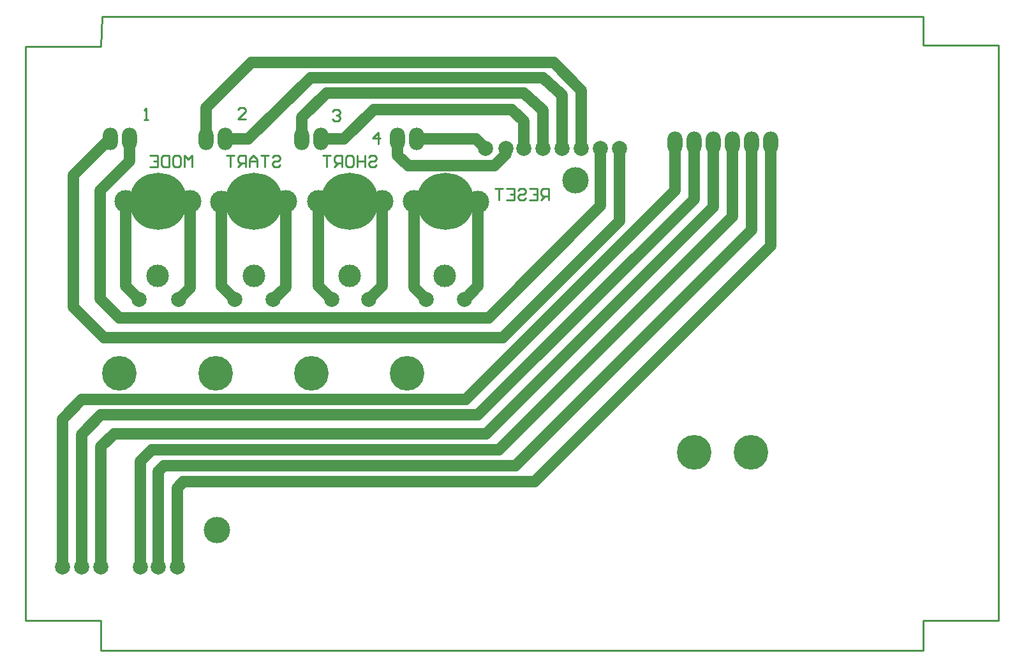
<source format=gbl>
%FSLAX42Y42*%
%MOMM*%
G71*
G01*
G75*
G04 Layer_Physical_Order=2*
%ADD10C,7.60*%
%ADD11C,1.50*%
%ADD12C,0.25*%
%ADD13C,4.60*%
%ADD14O,2.00X3.00*%
%ADD15C,2.00*%
%ADD16C,3.00*%
%ADD17C,3.50*%
D10*
X8890Y9436D02*
D03*
X5080D02*
D03*
X6350D02*
D03*
X7620D02*
D03*
D11*
X4648Y8306D02*
Y9436D01*
X5499Y8280D02*
Y9436D01*
X4648Y8306D02*
X4826Y8128D01*
X5347D02*
X5499Y8280D01*
X5918Y8306D02*
Y9423D01*
Y8306D02*
X6096Y8128D01*
X6604D02*
X6769Y8293D01*
Y9436D01*
X7201Y8306D02*
X7379Y8128D01*
X7201Y8306D02*
Y9436D01*
X7874Y8128D02*
X8052Y8306D01*
Y9436D01*
X8471Y8293D02*
Y9436D01*
Y8293D02*
X8636Y8128D01*
X9157Y8141D02*
X9322Y8306D01*
Y9423D01*
X8509Y10262D02*
X9296D01*
X9423Y10135D01*
X8255Y10046D02*
Y10262D01*
Y10046D02*
X8395Y9906D01*
X9538D01*
X9690Y10058D01*
Y10135D01*
X7239Y10262D02*
X7544D01*
X7938Y10655D01*
X9766D01*
X9931Y10503D01*
Y10135D02*
Y10503D01*
X6985Y10262D02*
Y10554D01*
X7315Y10871D01*
X9931D01*
X10185Y10643D01*
Y10135D02*
Y10643D01*
X5969Y10262D02*
X6274D01*
X7099Y11074D01*
X10185D01*
X10439Y10846D01*
Y10135D02*
Y10846D01*
X5715Y10262D02*
Y10681D01*
X6312Y11278D01*
X10325D01*
X10693Y10909D01*
Y10135D02*
Y10909D01*
X4699Y9969D02*
Y10262D01*
X4305Y9576D02*
X4699Y9969D01*
X4305Y8141D02*
Y9576D01*
Y8141D02*
X4559Y7887D01*
X9461D01*
X10947Y9373D01*
Y10135D01*
X3950Y9779D02*
X4432Y10262D01*
X3950Y8026D02*
Y9779D01*
Y8026D02*
X4356Y7620D01*
X9652D01*
X11201Y9169D01*
Y10135D01*
X11938Y9576D02*
Y10211D01*
X9159Y6797D02*
X11938Y9576D01*
X12192Y9461D02*
Y10211D01*
X9324Y6593D02*
X12192Y9461D01*
X12446Y9360D02*
Y10211D01*
X9433Y6346D02*
X12446Y9360D01*
X12700Y9233D02*
Y10211D01*
X9601Y6134D02*
X12700Y9233D01*
X12954Y9055D02*
Y10211D01*
X9820Y5921D02*
X12954Y9055D01*
X13208Y8839D02*
Y10211D01*
X10072Y5704D02*
X13208Y8839D01*
X3810Y4572D02*
Y6540D01*
X4066Y6797D01*
X9159D01*
X4064Y4572D02*
Y6337D01*
X4320Y6593D01*
X9324D01*
X4318Y4572D02*
Y6172D01*
X4492Y6346D01*
X9433D01*
X4839Y4572D02*
Y5982D01*
X4991Y6134D01*
X9601D01*
X5080Y4572D02*
Y5842D01*
X5159Y5921D01*
X9820D01*
X5334Y4572D02*
Y5626D01*
X5412Y5704D01*
X10072D01*
D12*
X4432Y10262D02*
X4445D01*
X8877Y8446D02*
X8890Y8458D01*
X5524Y9893D02*
Y10046D01*
X5474Y9995D01*
X5423Y10046D01*
Y9893D01*
X5296Y10046D02*
X5347D01*
X5372Y10020D01*
Y9919D01*
X5347Y9893D01*
X5296D01*
X5271Y9919D01*
Y10020D01*
X5296Y10046D01*
X5220D02*
Y9893D01*
X5144D01*
X5118Y9919D01*
Y10020D01*
X5144Y10046D01*
X5220D01*
X4966D02*
X5067D01*
Y9893D01*
X4966D01*
X5067Y9969D02*
X5017D01*
X6591Y10020D02*
X6617Y10046D01*
X6668D01*
X6693Y10020D01*
Y9995D01*
X6668Y9969D01*
X6617D01*
X6591Y9944D01*
Y9919D01*
X6617Y9893D01*
X6668D01*
X6693Y9919D01*
X6541Y10046D02*
X6439D01*
X6490D01*
Y9893D01*
X6388D02*
Y9995D01*
X6337Y10046D01*
X6287Y9995D01*
Y9893D01*
Y9969D01*
X6388D01*
X6236Y9893D02*
Y10046D01*
X6160D01*
X6134Y10020D01*
Y9969D01*
X6160Y9944D01*
X6236D01*
X6185D02*
X6134Y9893D01*
X6083Y10046D02*
X5982D01*
X6033D01*
Y9893D01*
X7874Y10020D02*
X7899Y10046D01*
X7950D01*
X7976Y10020D01*
Y9995D01*
X7950Y9969D01*
X7899D01*
X7874Y9944D01*
Y9919D01*
X7899Y9893D01*
X7950D01*
X7976Y9919D01*
X7823Y10046D02*
Y9893D01*
Y9969D01*
X7722D01*
Y10046D01*
Y9893D01*
X7595Y10046D02*
X7646D01*
X7671Y10020D01*
Y9919D01*
X7646Y9893D01*
X7595D01*
X7569Y9919D01*
Y10020D01*
X7595Y10046D01*
X7519Y9893D02*
Y10046D01*
X7442D01*
X7417Y10020D01*
Y9969D01*
X7442Y9944D01*
X7519D01*
X7468D02*
X7417Y9893D01*
X7366Y10046D02*
X7265D01*
X7315D01*
Y9893D01*
X10262Y9449D02*
Y9601D01*
X10185D01*
X10160Y9576D01*
Y9525D01*
X10185Y9500D01*
X10262D01*
X10211D02*
X10160Y9449D01*
X10008Y9601D02*
X10109D01*
Y9449D01*
X10008D01*
X10109Y9525D02*
X10058D01*
X9855Y9576D02*
X9881Y9601D01*
X9932D01*
X9957Y9576D01*
Y9550D01*
X9932Y9525D01*
X9881D01*
X9855Y9500D01*
Y9474D01*
X9881Y9449D01*
X9932D01*
X9957Y9474D01*
X9703Y9601D02*
X9805D01*
Y9449D01*
X9703D01*
X9805Y9525D02*
X9754D01*
X9652Y9601D02*
X9551D01*
X9601D01*
Y9449D01*
X4890Y10516D02*
X4940D01*
X4915D01*
Y10668D01*
X4890Y10643D01*
X6236Y10528D02*
X6134D01*
X6236Y10630D01*
Y10655D01*
X6210Y10681D01*
X6159D01*
X6134Y10655D01*
X7391Y10630D02*
X7417Y10655D01*
X7468D01*
X7493Y10630D01*
Y10604D01*
X7468Y10579D01*
X7442D01*
X7468D01*
X7493Y10554D01*
Y10528D01*
X7468Y10503D01*
X7417D01*
X7391Y10528D01*
X8001Y10198D02*
Y10350D01*
X7925Y10274D01*
X8026D01*
X4318Y3467D02*
X15227D01*
X3315Y3861D02*
X4318D01*
Y3467D02*
Y3861D01*
X3315D02*
Y11493D01*
X4318D01*
X4331Y11887D01*
X15227D01*
Y11506D02*
Y11887D01*
Y11506D02*
X16231D01*
X15227Y3467D02*
Y3861D01*
X16231D01*
Y11506D01*
D13*
X4559Y7150D02*
D03*
X5842D02*
D03*
X7112D02*
D03*
X8382D02*
D03*
X12192Y6096D02*
D03*
X12941D02*
D03*
D14*
X4445Y10262D02*
D03*
X4699D02*
D03*
X5715D02*
D03*
X5969D02*
D03*
X6985D02*
D03*
X7239D02*
D03*
X8255D02*
D03*
X8509D02*
D03*
X11938Y10211D02*
D03*
X12192D02*
D03*
X12446D02*
D03*
X12700D02*
D03*
X12954D02*
D03*
X13208D02*
D03*
D15*
X3810Y4572D02*
D03*
X4064D02*
D03*
X4318D02*
D03*
X4839D02*
D03*
X5080D02*
D03*
X5334D02*
D03*
X9423Y10135D02*
D03*
X9690D02*
D03*
X9931D02*
D03*
X10185D02*
D03*
X10439D02*
D03*
X10693D02*
D03*
X10947D02*
D03*
X11201D02*
D03*
X4826Y8128D02*
D03*
X5347D02*
D03*
X6096D02*
D03*
X6604D02*
D03*
X7379D02*
D03*
X7874D02*
D03*
X8636D02*
D03*
X9144D02*
D03*
D16*
X4648Y9436D02*
D03*
X5499D02*
D03*
X5918Y9423D02*
D03*
X6769Y9436D02*
D03*
X7201D02*
D03*
X8052D02*
D03*
X8471D02*
D03*
X9322Y9423D02*
D03*
X5067Y8446D02*
D03*
X6350D02*
D03*
X7620D02*
D03*
X8877D02*
D03*
D17*
X5855Y5067D02*
D03*
X10617Y9715D02*
D03*
M02*

</source>
